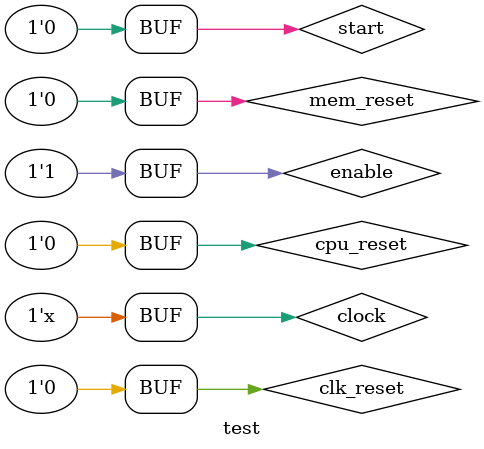
<source format=v>
`timescale 1ns / 1ps


module test;

	// Inputs
	reg clock;
	reg clk_reset;
	reg cpu_reset;
	reg mem_reset;
	reg start;
	reg enable;

	// Instantiate the Unit Under Test (UUT)
	PC uut (
		.clock(clock), 
		.cpu_reset(cpu_reset), 
		.clk_reset(clk_reset),
		.mem_reset(mem_reset),
		.start(start), 
		.enable(enable)
	);
	
	always #1 clock = ~clock;

	initial begin
		// Initialize Inputs
		clock = 0;
		cpu_reset = 0;
		clk_reset = 0;
		mem_reset = 0;
		start = 0;
		enable = 0;

		// Wait 100 ns for global reset to finish
		#50
		enable <= 1;
		start <= 0;
		cpu_reset = 1;
		clk_reset = 1;
		mem_reset = 1;
		
		#50
		clk_reset = 0;
		#50
        cpu_reset = 0;
        #50
        mem_reset = 0;
		
		// Add stimulus here
		#50 enable = 1;
		#50 start = 1;
		#50 start = 0; 
		
		
	end
      
endmodule


</source>
